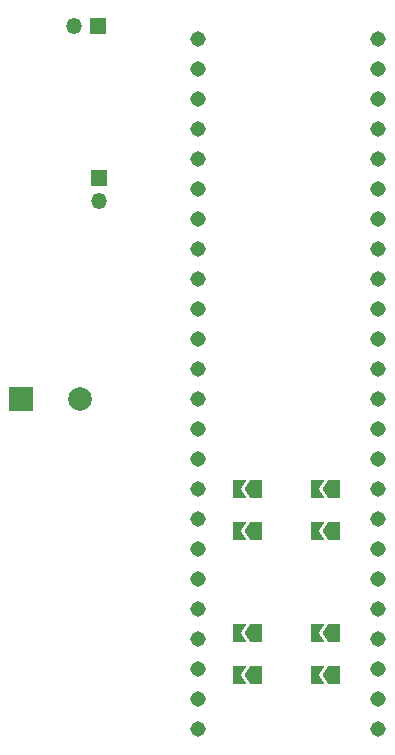
<source format=gbs>
%TF.GenerationSoftware,KiCad,Pcbnew,7.0.2*%
%TF.CreationDate,2023-08-01T20:03:33-04:00*%
%TF.ProjectId,imu-testbed,696d752d-7465-4737-9462-65642e6b6963,rev?*%
%TF.SameCoordinates,Original*%
%TF.FileFunction,Soldermask,Bot*%
%TF.FilePolarity,Negative*%
%FSLAX46Y46*%
G04 Gerber Fmt 4.6, Leading zero omitted, Abs format (unit mm)*
G04 Created by KiCad (PCBNEW 7.0.2) date 2023-08-01 20:03:33*
%MOMM*%
%LPD*%
G01*
G04 APERTURE LIST*
G04 Aperture macros list*
%AMFreePoly0*
4,1,6,0.500000,-0.750000,-0.650000,-0.750000,-0.150000,0.000000,-0.650000,0.750000,0.500000,0.750000,0.500000,-0.750000,0.500000,-0.750000,$1*%
%AMFreePoly1*
4,1,6,1.000000,0.000000,0.500000,-0.750000,-0.500000,-0.750000,-0.500000,0.750000,0.500000,0.750000,1.000000,0.000000,1.000000,0.000000,$1*%
G04 Aperture macros list end*
%ADD10R,2.000000X2.000000*%
%ADD11C,2.000000*%
%ADD12R,1.350000X1.350000*%
%ADD13O,1.350000X1.350000*%
%ADD14FreePoly0,180.000000*%
%ADD15FreePoly1,180.000000*%
%ADD16C,1.308000*%
G04 APERTURE END LIST*
D10*
%TO.C,BZ1*%
X123063000Y-107696000D03*
D11*
X128063000Y-107696000D03*
%TD*%
D12*
%TO.C,J2*%
X129667000Y-88932000D03*
D13*
X129667000Y-90932000D03*
%TD*%
D14*
%TO.C,R8*%
X141515000Y-131064000D03*
D15*
X142965000Y-131064000D03*
%TD*%
D14*
%TO.C,R7*%
X141515000Y-127508000D03*
D15*
X142965000Y-127508000D03*
%TD*%
D14*
%TO.C,R6*%
X148119000Y-131064000D03*
D15*
X149569000Y-131064000D03*
%TD*%
D14*
%TO.C,R5*%
X148119000Y-127508000D03*
D15*
X149569000Y-127508000D03*
%TD*%
%TO.C,R4*%
X142965000Y-118866000D03*
D14*
X141515000Y-118866000D03*
%TD*%
D15*
%TO.C,R3*%
X149569000Y-118866000D03*
D14*
X148119000Y-118866000D03*
%TD*%
D15*
%TO.C,R2*%
X142965000Y-115316000D03*
D14*
X141515000Y-115316000D03*
%TD*%
D15*
%TO.C,R1*%
X149569000Y-115316000D03*
D14*
X148119000Y-115316000D03*
%TD*%
D13*
%TO.C,J1*%
X127524000Y-76073000D03*
D12*
X129524000Y-76073000D03*
%TD*%
D16*
%TO.C,U1*%
X138049000Y-79756000D03*
X138049000Y-82296000D03*
X138049000Y-84836000D03*
X138049000Y-87376000D03*
X138049000Y-112776000D03*
X153289000Y-82296000D03*
X138049000Y-89916000D03*
X138049000Y-92456000D03*
X138049000Y-94996000D03*
X138049000Y-97536000D03*
X138049000Y-100076000D03*
X138049000Y-102616000D03*
X138049000Y-105156000D03*
X138049000Y-107696000D03*
X138049000Y-110236000D03*
X153289000Y-110236000D03*
X153289000Y-107696000D03*
X153289000Y-105156000D03*
X153289000Y-102616000D03*
X153289000Y-100076000D03*
X153289000Y-97536000D03*
X153289000Y-94996000D03*
X153289000Y-92456000D03*
X153289000Y-89916000D03*
X153289000Y-87376000D03*
X153289000Y-84836000D03*
X138049000Y-115316000D03*
X138049000Y-117856000D03*
X138049000Y-120396000D03*
X138049000Y-122936000D03*
X138049000Y-125476000D03*
X138049000Y-128016000D03*
X138049000Y-130556000D03*
X138049000Y-133096000D03*
X138049000Y-135636000D03*
X153289000Y-135636000D03*
X153289000Y-133096000D03*
X153289000Y-130556000D03*
X153289000Y-128016000D03*
X153289000Y-125476000D03*
X153289000Y-122936000D03*
X153289000Y-120396000D03*
X153289000Y-117856000D03*
X153289000Y-115316000D03*
X138049000Y-77216000D03*
X153289000Y-112776000D03*
X153289000Y-79756000D03*
X153289000Y-77216000D03*
%TD*%
M02*

</source>
